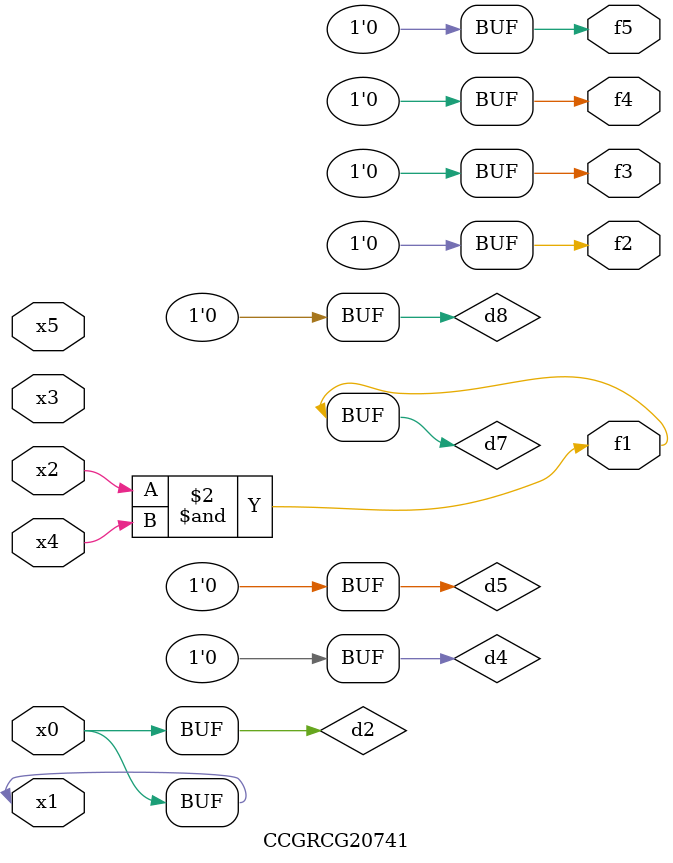
<source format=v>
module CCGRCG20741(
	input x0, x1, x2, x3, x4, x5,
	output f1, f2, f3, f4, f5
);

	wire d1, d2, d3, d4, d5, d6, d7, d8, d9;

	nand (d1, x1);
	buf (d2, x0, x1);
	nand (d3, x2, x4);
	and (d4, d1, d2);
	and (d5, d1, d2);
	nand (d6, d1, d3);
	not (d7, d3);
	xor (d8, d5);
	nor (d9, d5, d6);
	assign f1 = d7;
	assign f2 = d8;
	assign f3 = d8;
	assign f4 = d8;
	assign f5 = d8;
endmodule

</source>
